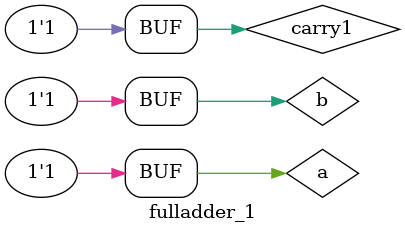
<source format=v>
module fulladder(input a,b,carry1,output carry2,sum);
assign sum=(((a+b+carry1)%2)==0)?0:1;
assign carry2=((a+b+carry1)>1)?1:0;
endmodule
// test bench for the given code
module fulladder_1;
reg a;
reg b;
reg carry1;
wire carry2;
wire sum;
fulladder UUT (.a(a),.b(b),.carry1(carry1),.carry2(carry2),.sum(sum));
initial begin
    a=0;
    b=0;
    carry1=0;
    #10;
    a=0;
    b=1;
    carry1=0;
    #10;
    a=0;
    b=0;
    carry1=1;
    #10;
    a=0;
    b=1;
    carry1=1;
    #10;
    a=1;
    b=0;
    carry1=0;
    #10;
    a=1;
    b=1;
    carry1=0;
    #10;
    a=1;
    b=0;
    carry1=1;
    #10;
    a=1;
    b=1;
    carry1=1;
    #10;
end
endmodule



</source>
